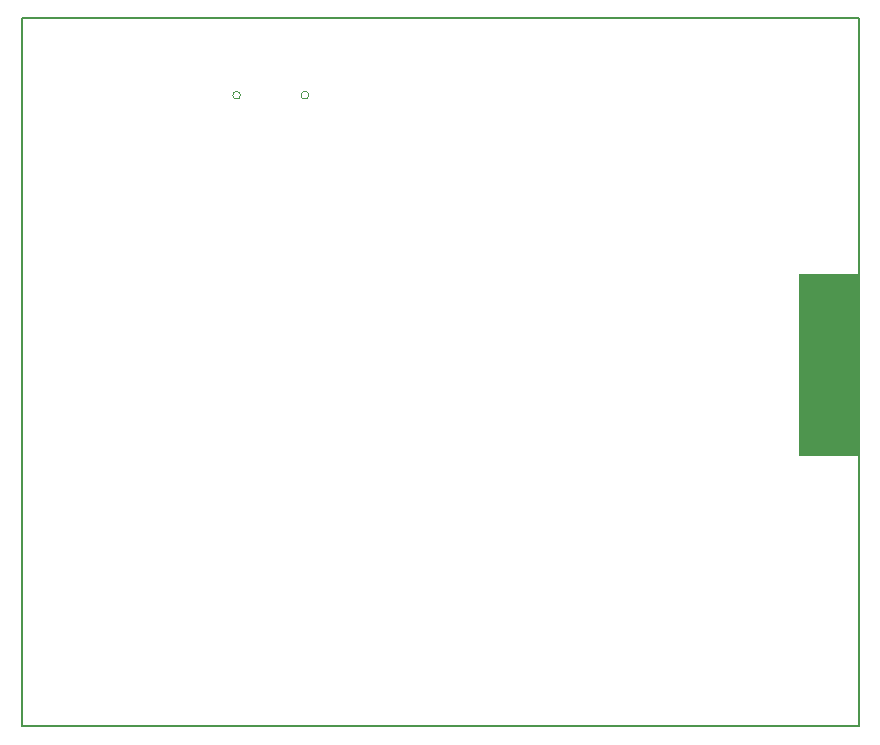
<source format=gko>
G04*
G04 #@! TF.GenerationSoftware,Altium Limited,Altium Designer,23.1.1 (15)*
G04*
G04 Layer_Color=16711935*
%FSLAX44Y44*%
%MOMM*%
G71*
G04*
G04 #@! TF.SameCoordinates,D1EA7B9B-11C4-41B5-954D-5070AA3C9977*
G04*
G04*
G04 #@! TF.FilePolarity,Positive*
G04*
G01*
G75*
%ADD17C,0.1270*%
%ADD194C,0.0127*%
G36*
X767840Y279880D02*
X717340D01*
Y433880D01*
X767840D01*
Y279880D01*
D02*
G37*
D17*
X768290Y50800D02*
Y650800D01*
X59606Y650793D02*
X768206D01*
X59690Y50800D02*
X768290D01*
X59690D02*
Y650800D01*
D194*
X244860Y585290D02*
G03*
X244860Y585290I-3250J0D01*
G01*
X302724D02*
G03*
X302724Y585290I-3314J0D01*
G01*
M02*

</source>
